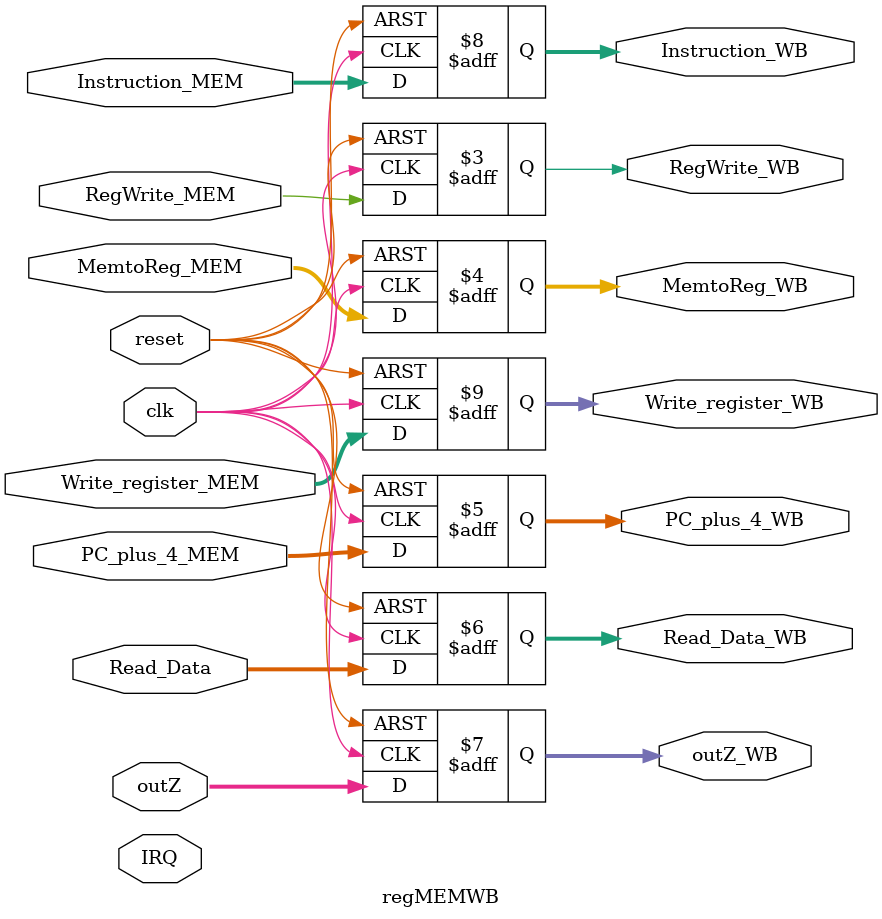
<source format=v>
module regIFID(clk, reset, IFFlush, PC_plus_4, Instruction, PC_plus_4_ID, Instruction_ID);
	input clk,reset,IFFlush;
 	input [31:0] PC_plus_4;
 	input [31:0] Instruction;
 	output reg [31:0] PC_plus_4_ID;
 	output reg [31:0] Instruction_ID;
 	always @(negedge reset  or posedge clk)
	begin
		if (~reset)
		  begin
			PC_plus_4_ID <= 32'h0;
			Instruction_ID <= 0;
			end
		else if(IFFlush)
		begin
			PC_plus_4_ID <= 32'h0;
			Instruction_ID <= 0;
		end
		else begin
			PC_plus_4_ID <= PC_plus_4;
			Instruction_ID <= Instruction;
		end
	end
 endmodule // regIFID

//可能还要存一个read_data1, read_data2暂时没想清楚
module regIDEX(reset,clk,PC_plus_4_ID, PCSrc, RegWrite, MemRead, MemWrite, MemtoReg, 
	ALUFun, Sign, ALUSrc1, ALUSrc2, Instruction, EXFlush, 
	Databus1, Databus2, Lu_out, Branch_target, RegDst,
	PCSrc_EX, RegWrite_EX, MemRead_EX, MemWrite_EX, MemtoReg_EX, 
	ALUFun_EX, Sign_EX, PC_plus_4_EX, inA_EX, inB_EX, 
	ALUSrc1_EX, ALUSrc2_EX, Instruction_EX,
	Databus1_EX, Databus2_EX, Lu_out_EX, Branch_target_EX, RegDst_EX);
	input reset,clk;
	input [31:0] PC_plus_4_ID, Instruction, Databus1, Databus2, Lu_out, Branch_target;
	input [2:0] PCSrc;
	input [1:0] RegDst;
	input EXFlush;
	input RegWrite;
	input MemRead;
	input MemWrite;
	input [1:0] MemtoReg;
	input ALUSrc1,ALUSrc2;
	input [5:0] ALUFun;
	input Sign;
	output reg [2:0] PCSrc_EX;
	output reg RegWrite_EX;
	output reg MemRead_EX;
	output reg MemWrite_EX;
	output reg [1:0] MemtoReg_EX;
	output reg [5:0] ALUFun_EX;
	output reg Sign_EX;
	output reg [31:0] PC_plus_4_EX,Instruction_EX, Databus1_EX,Databus2_EX, Lu_out_EX, Branch_target_EX,inA_EX,inB_EX;
	output reg [1:0] RegDst_EX;
	output reg ALUSrc1_EX,ALUSrc2_EX;

	always @(negedge reset or posedge clk)
	begin
		if (~reset)
		begin
			PC_plus_4_EX <= 32'h0;
			PCSrc_EX <= 3'b0;
			RegWrite_EX <= 0;
			MemRead_EX <= 0;
			MemWrite_EX <= 0;
			MemtoReg_EX <= 0;
			ALUFun_EX <= 0;
			Sign_EX <= 0;
			Lu_out_EX <= 0;
			Branch_target_EX <= 0;
			Instruction_EX <= 0;
			Databus1_EX <= 0;
			Databus2_EX <= 0;
			RegDst_EX <= 0;
			ALUSrc1_EX<=0;
			ALUSrc2_EX<=0;
		end
		else if(EXFlush)
		begin
			PC_plus_4_EX <= 32'h0;
			PCSrc_EX <= 3'b0;
			RegWrite_EX <= 0;
			MemRead_EX <= 0;
			MemWrite_EX <= 0;
			MemtoReg_EX <= 0;
			ALUFun_EX <= 0;
			Sign_EX <= 0;
			Lu_out_EX <= 0;
			Branch_target_EX <= 0;
			Instruction_EX <= 0;
			Databus1_EX <= 0;
			Databus2_EX <= 0;
			RegDst_EX <= 0;
			ALUSrc1_EX<=0;
			ALUSrc2_EX<=0;
		end
		else 
		begin
			PC_plus_4_EX <= PC_plus_4_ID;
			PCSrc_EX <= PCSrc;
			Instruction_EX <= Instruction;
			RegWrite_EX <= RegWrite;
			MemRead_EX <= MemRead;
			MemWrite_EX <= MemWrite;
			MemtoReg_EX <= MemtoReg;
			ALUFun_EX <= ALUFun;
			Sign_EX <= Sign;
			Lu_out_EX <= Lu_out;
			Branch_target_EX <= Branch_target;
			Databus1_EX <= Databus1;
			Databus2_EX <= Databus2;
			RegDst_EX <= RegDst;
			ALUSrc1_EX<=ALUSrc1;
			ALUSrc2_EX<=ALUSrc2;
		end
	end
endmodule // regIDEX

module regEXMEM(reset,clk,Instruction, outZ, Databus1, Databus2, PC_plus_4_EX, PCSrc_EX, RegWrite_EX, 
	MemRead_EX, MemWrite_EX, MemtoReg_EX, Write_register_EX,Branch_target,
	Instruction_MEM, outZ_MEM, Databus1_MEM, Databus2_MEM, PCSrc_MEM, RegWrite_MEM, MemRead_MEM,
	MemWrite_MEM, MemtoReg_MEM, PC_plus_4_MEM, Write_register_MEM,
	Branch_target_MEM);
	input reset,clk;
	input [31:0] Instruction, outZ, Databus1, Databus2,Branch_target;
	input [31:0] PC_plus_4_EX;
	input [2:0] PCSrc_EX;
	input RegWrite_EX;
	input MemRead_EX;
	input MemWrite_EX;
	input [1:0] MemtoReg_EX;
	input [1:0] Write_register_EX;
	output reg [31:0] Instruction_MEM, outZ_MEM, Databus1_MEM,Databus2_MEM,Branch_target_MEM;
	output reg [2:0] PCSrc_MEM;
	output reg RegWrite_MEM;
	output reg MemRead_MEM;
	output reg MemWrite_MEM;
	output reg [1:0] MemtoReg_MEM;
	output reg [31:0] PC_plus_4_MEM;
	output reg [1:0] Write_register_MEM;
	always @(negedge reset or posedge clk)
	begin
		if (~reset)
		begin
			Branch_target_MEM <= 0;
			Instruction_MEM <= 0;
			outZ_MEM <= 0;
			Databus1_MEM <= 0;
			Databus2_MEM <= 0;
			PCSrc_MEM <= 0;
			RegWrite_MEM <= 0;
			MemRead_MEM <= 0;
			MemWrite_MEM <= 0;
			MemtoReg_MEM <= 0;
			PC_plus_4_MEM <= 0;
			Write_register_MEM <= 0;
		end
		else 
		begin
			Branch_target_MEM <= Branch_target;
			Instruction_MEM <= Instruction;
			outZ_MEM <= outZ;
			Databus1_MEM <= Databus1;
			Databus2_MEM <= Databus2;
			PCSrc_MEM <= PCSrc_EX;
			RegWrite_MEM <= RegWrite_EX;
			MemRead_MEM <= MemRead_EX;
			MemWrite_MEM <= MemWrite_EX;
			MemtoReg_MEM <= MemtoReg_EX;
			PC_plus_4_MEM <= PC_plus_4_EX;
			Write_register_MEM <= Write_register_EX;
		end
	end
endmodule // regEXMEM

module regMEMWB(reset,clk,PC_plus_4_MEM, RegWrite_MEM, MemtoReg_MEM, Write_register_MEM, Instruction_MEM,
	Read_Data, outZ, IRQ,
	RegWrite_WB, MemtoReg_WB, PC_plus_4_WB, Write_register_WB,Instruction_WB,
	Read_Data_WB, outZ_WB);
	input reset,clk;
	input IRQ;
	input [31:0] PC_plus_4_MEM, Read_Data,outZ,Instruction_MEM;
	input RegWrite_MEM;
	input [1:0] MemtoReg_MEM;
	input [1:0] Write_register_MEM;
	output reg RegWrite_WB;
	output reg [1:0] MemtoReg_WB;
	output reg [31:0] PC_plus_4_WB, Read_Data_WB,outZ_WB,Instruction_WB;
	output reg [1:0] Write_register_WB;
	always @(negedge reset or posedge clk)
	begin
		if (~reset)
		begin
			Read_Data_WB <= 0;
			RegWrite_WB <= 0;
			MemtoReg_WB <= 0;
			PC_plus_4_WB <= 0;
			Write_register_WB <= 0;
			outZ_WB <=0;
			Instruction_WB<=0;
		end
		else 
		begin
			Read_Data_WB <= Read_Data;
			RegWrite_WB <= RegWrite_MEM;
			MemtoReg_WB <= MemtoReg_MEM;
			PC_plus_4_WB <= PC_plus_4_MEM;
			Write_register_WB <= Write_register_MEM;
			outZ_WB <=outZ;
			Instruction_WB<=Instruction_MEM;
		end
	end
endmodule // regMEMWB
</source>
